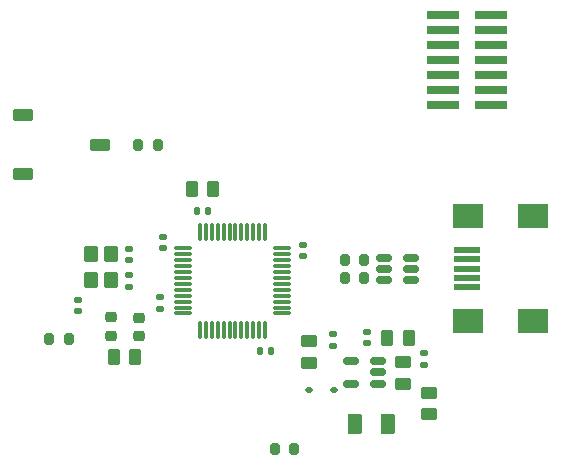
<source format=gtp>
%TF.GenerationSoftware,KiCad,Pcbnew,9.0.5*%
%TF.CreationDate,2025-11-25T11:18:22+01:00*%
%TF.ProjectId,PTP,5054502e-6b69-4636-9164-5f7063625858,rev?*%
%TF.SameCoordinates,Original*%
%TF.FileFunction,Paste,Top*%
%TF.FilePolarity,Positive*%
%FSLAX46Y46*%
G04 Gerber Fmt 4.6, Leading zero omitted, Abs format (unit mm)*
G04 Created by KiCad (PCBNEW 9.0.5) date 2025-11-25 11:18:22*
%MOMM*%
%LPD*%
G01*
G04 APERTURE LIST*
G04 Aperture macros list*
%AMRoundRect*
0 Rectangle with rounded corners*
0 $1 Rounding radius*
0 $2 $3 $4 $5 $6 $7 $8 $9 X,Y pos of 4 corners*
0 Add a 4 corners polygon primitive as box body*
4,1,4,$2,$3,$4,$5,$6,$7,$8,$9,$2,$3,0*
0 Add four circle primitives for the rounded corners*
1,1,$1+$1,$2,$3*
1,1,$1+$1,$4,$5*
1,1,$1+$1,$6,$7*
1,1,$1+$1,$8,$9*
0 Add four rect primitives between the rounded corners*
20,1,$1+$1,$2,$3,$4,$5,0*
20,1,$1+$1,$4,$5,$6,$7,0*
20,1,$1+$1,$6,$7,$8,$9,0*
20,1,$1+$1,$8,$9,$2,$3,0*%
G04 Aperture macros list end*
%ADD10RoundRect,0.111000X1.284000X-0.259000X1.284000X0.259000X-1.284000X0.259000X-1.284000X-0.259000X0*%
%ADD11RoundRect,0.140000X0.170000X-0.140000X0.170000X0.140000X-0.170000X0.140000X-0.170000X-0.140000X0*%
%ADD12RoundRect,0.200000X-0.200000X-0.275000X0.200000X-0.275000X0.200000X0.275000X-0.200000X0.275000X0*%
%ADD13RoundRect,0.250000X0.262500X0.450000X-0.262500X0.450000X-0.262500X-0.450000X0.262500X-0.450000X0*%
%ADD14RoundRect,0.140000X-0.170000X0.140000X-0.170000X-0.140000X0.170000X-0.140000X0.170000X0.140000X0*%
%ADD15RoundRect,0.150000X0.512500X0.150000X-0.512500X0.150000X-0.512500X-0.150000X0.512500X-0.150000X0*%
%ADD16RoundRect,0.250000X0.450000X-0.262500X0.450000X0.262500X-0.450000X0.262500X-0.450000X-0.262500X0*%
%ADD17R,2.300000X0.500000*%
%ADD18R,2.299996X0.500000*%
%ADD19R,2.500000X2.000000*%
%ADD20R,2.500000X1.999992*%
%ADD21RoundRect,0.225000X0.250000X-0.225000X0.250000X0.225000X-0.250000X0.225000X-0.250000X-0.225000X0*%
%ADD22RoundRect,0.140000X-0.140000X-0.170000X0.140000X-0.170000X0.140000X0.170000X-0.140000X0.170000X0*%
%ADD23RoundRect,0.140000X0.140000X0.170000X-0.140000X0.170000X-0.140000X-0.170000X0.140000X-0.170000X0*%
%ADD24RoundRect,0.250000X-0.350000X0.450000X-0.350000X-0.450000X0.350000X-0.450000X0.350000X0.450000X0*%
%ADD25RoundRect,0.250000X-0.262500X-0.450000X0.262500X-0.450000X0.262500X0.450000X-0.262500X0.450000X0*%
%ADD26RoundRect,0.250000X-0.450000X0.262500X-0.450000X-0.262500X0.450000X-0.262500X0.450000X0.262500X0*%
%ADD27RoundRect,0.250000X0.375000X0.625000X-0.375000X0.625000X-0.375000X-0.625000X0.375000X-0.625000X0*%
%ADD28RoundRect,0.112500X-0.187500X-0.112500X0.187500X-0.112500X0.187500X0.112500X-0.187500X0.112500X0*%
%ADD29RoundRect,0.200000X0.200000X0.275000X-0.200000X0.275000X-0.200000X-0.275000X0.200000X-0.275000X0*%
%ADD30RoundRect,0.050000X-0.800000X0.450000X-0.800000X-0.450000X0.800000X-0.450000X0.800000X0.450000X0*%
%ADD31RoundRect,0.075000X-0.662500X-0.075000X0.662500X-0.075000X0.662500X0.075000X-0.662500X0.075000X0*%
%ADD32RoundRect,0.075000X-0.075000X-0.662500X0.075000X-0.662500X0.075000X0.662500X-0.075000X0.662500X0*%
G04 APERTURE END LIST*
D10*
%TO.C,J2*%
X133535000Y-94870000D03*
X129465000Y-94870000D03*
X133535000Y-93600000D03*
X129465000Y-93600000D03*
X133535000Y-92330000D03*
X129465000Y-92330000D03*
X133535000Y-91055000D03*
X129465000Y-91060000D03*
X133535000Y-89790000D03*
X129465000Y-89790000D03*
X133535000Y-88520000D03*
X129465000Y-88520000D03*
X129465000Y-87250000D03*
X133535000Y-87250000D03*
%TD*%
D11*
%TO.C,C15*%
X120156600Y-114267600D03*
X120156600Y-115227600D03*
%TD*%
D12*
%TO.C,R3*%
X122800000Y-109500000D03*
X121150000Y-109500000D03*
%TD*%
D13*
%TO.C,FB1*%
X101587500Y-116200000D03*
X103412500Y-116200000D03*
%TD*%
D11*
%TO.C,C11*%
X102850000Y-110230000D03*
X102850000Y-109270000D03*
%TD*%
D12*
%TO.C,R2*%
X96150000Y-114700000D03*
X97800000Y-114700000D03*
%TD*%
D14*
%TO.C,C4*%
X117600000Y-106700000D03*
X117600000Y-107660000D03*
%TD*%
%TO.C,C9*%
X98600000Y-111320000D03*
X98600000Y-112280000D03*
%TD*%
D15*
%TO.C,U2*%
X126725000Y-109700000D03*
X126725000Y-108750000D03*
X126725000Y-107800000D03*
X124450000Y-107800000D03*
X124450000Y-108750000D03*
X124450000Y-109700000D03*
%TD*%
D16*
%TO.C,C16*%
X118156600Y-116680100D03*
X118156600Y-114855100D03*
%TD*%
D17*
%TO.C,J1*%
X131500000Y-110300000D03*
X131500000Y-109500000D03*
X131500000Y-108700000D03*
D18*
X131500002Y-107900000D03*
D17*
X131500000Y-107100000D03*
D19*
X131600000Y-113150000D03*
D20*
X137100000Y-113150000D03*
D19*
X131600000Y-104250000D03*
D20*
X137100000Y-104250000D03*
%TD*%
D16*
%TO.C,R7*%
X128287500Y-121052500D03*
X128287500Y-119227500D03*
%TD*%
D21*
%TO.C,C8*%
X101400000Y-114375000D03*
X101400000Y-112825000D03*
%TD*%
D11*
%TO.C,C10*%
X102850000Y-107980000D03*
X102850000Y-107020000D03*
%TD*%
D22*
%TO.C,C2*%
X108640000Y-103800000D03*
X109600000Y-103800000D03*
%TD*%
D12*
%TO.C,R4*%
X121150000Y-108000000D03*
X122800000Y-108000000D03*
%TD*%
D21*
%TO.C,C7*%
X103700000Y-114400000D03*
X103700000Y-112850000D03*
%TD*%
D23*
%TO.C,C5*%
X114900000Y-115700000D03*
X113940000Y-115700000D03*
%TD*%
D24*
%TO.C,Y1*%
X99700000Y-107500000D03*
X99700000Y-109700000D03*
X101400000Y-109700000D03*
X101400000Y-107500000D03*
%TD*%
D25*
%TO.C,C1*%
X108187500Y-102000000D03*
X110012500Y-102000000D03*
%TD*%
D12*
%TO.C,R1*%
X103675000Y-98200000D03*
X105325000Y-98200000D03*
%TD*%
D11*
%TO.C,C6*%
X105500000Y-111140000D03*
X105500000Y-112100000D03*
%TD*%
D26*
%TO.C,C14*%
X126112500Y-116640000D03*
X126112500Y-118465000D03*
%TD*%
D27*
%TO.C,D1*%
X124800000Y-121900000D03*
X122000000Y-121900000D03*
%TD*%
D11*
%TO.C,C3*%
X105800000Y-107000000D03*
X105800000Y-106040000D03*
%TD*%
D15*
%TO.C,U3*%
X124000000Y-118440000D03*
X124000000Y-117490000D03*
X124000000Y-116540000D03*
X121725000Y-116540000D03*
X121725000Y-118440000D03*
%TD*%
D28*
%TO.C,D2*%
X118150000Y-119000000D03*
X120250000Y-119000000D03*
%TD*%
D29*
%TO.C,R5*%
X116900000Y-124000000D03*
X115250000Y-124000000D03*
%TD*%
D25*
%TO.C,R6*%
X124750000Y-114540000D03*
X126575000Y-114540000D03*
%TD*%
D14*
%TO.C,C13*%
X127862500Y-115890000D03*
X127862500Y-116850000D03*
%TD*%
%TO.C,C12*%
X123000000Y-114040000D03*
X123000000Y-115000000D03*
%TD*%
D30*
%TO.C,SW1*%
X93950000Y-95700000D03*
X100450000Y-98200000D03*
X93950000Y-100700000D03*
%TD*%
D31*
%TO.C,U1*%
X107487500Y-107000000D03*
X107487500Y-107500000D03*
X107487500Y-108000000D03*
X107487500Y-108500000D03*
X107487500Y-109000000D03*
X107487500Y-109500000D03*
X107487500Y-110000000D03*
X107487500Y-110500000D03*
X107487500Y-111000000D03*
X107487500Y-111500000D03*
X107487500Y-112000000D03*
X107487500Y-112500000D03*
D32*
X108900000Y-113912500D03*
X109400000Y-113912500D03*
X109900000Y-113912500D03*
X110400000Y-113912500D03*
X110900000Y-113912500D03*
X111400000Y-113912500D03*
X111900000Y-113912500D03*
X112400000Y-113912500D03*
X112900000Y-113912500D03*
X113400000Y-113912500D03*
X113900000Y-113912500D03*
X114400000Y-113912500D03*
D31*
X115812500Y-112500000D03*
X115812500Y-112000000D03*
X115812500Y-111500000D03*
X115812500Y-111000000D03*
X115812500Y-110500000D03*
X115812500Y-110000000D03*
X115812500Y-109500000D03*
X115812500Y-109000000D03*
X115812500Y-108500000D03*
X115812500Y-108000000D03*
X115812500Y-107500000D03*
X115812500Y-107000000D03*
D32*
X114400000Y-105587500D03*
X113900000Y-105587500D03*
X113400000Y-105587500D03*
X112900000Y-105587500D03*
X112400000Y-105587500D03*
X111900000Y-105587500D03*
X111400000Y-105587500D03*
X110900000Y-105587500D03*
X110400000Y-105587500D03*
X109900000Y-105587500D03*
X109400000Y-105587500D03*
X108900000Y-105587500D03*
%TD*%
M02*

</source>
